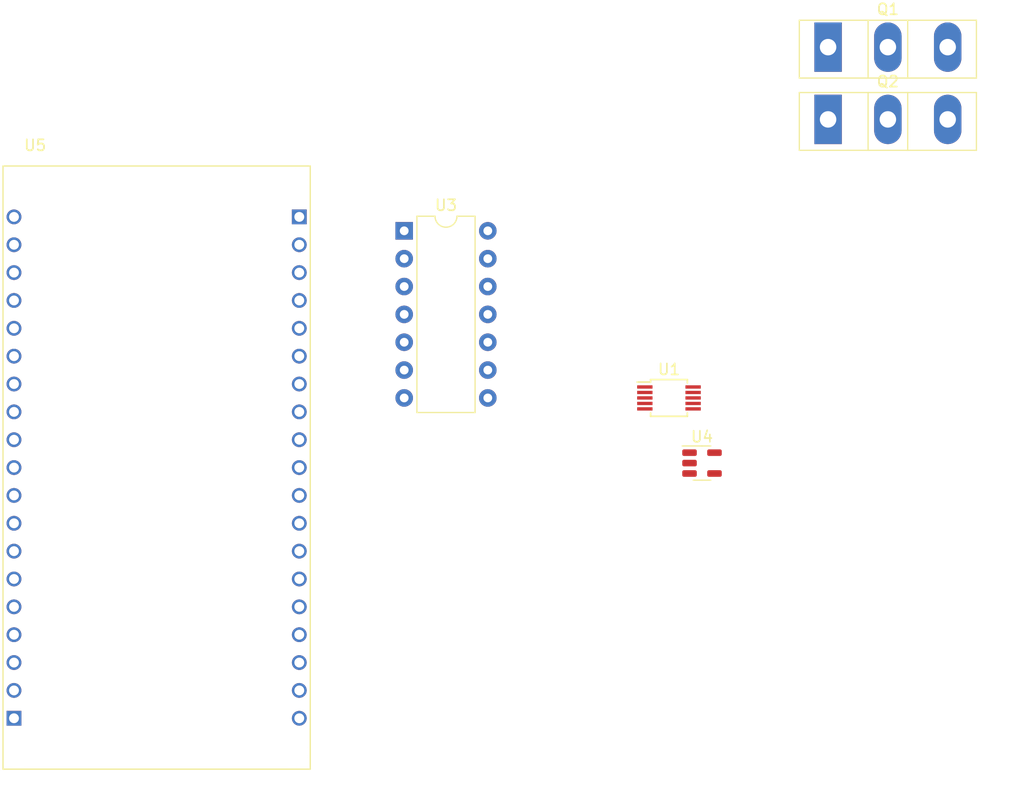
<source format=kicad_pcb>
(kicad_pcb (version 20230620) (generator pcbnew)
  (layers (0 "F.Cu" signal) (31 "B.Cu" signal) (34 "B.Paste" user) (35 "F.Paste" user) (36 "B.SilkS" user "B.Silkscreen") (37 "F.SilkS" user "F.Silkscreen") (38 "B.Mask" user) (39 "F.Mask" user) (44 "Edge.Cuts" user))
  (net 0 "")
  (net 1 "Net-(Q1-G)")
  (net 2 "Net-(D14-K)")
  (net 3 "Net-(D1-K)")
  (net 4 "Net-(Q2-G)")
  (net 5 "Net-(Q2-S)")
  (net 6 "Net-(U1-VDD)")
  (net 9 "Net-(U1-SCL)")
  (net 10 "Net-(U1-SDA)")
  (net 15 "Net-(U1-CLK0)")
  (net 16 "Earth")
  (net 17 "Net-(U5-G26)")
  (net 18 "Net-(U5-G23)")
  (net 19 "Net-(U3-LO)")
  (net 24 "Net-(U3-HO)")
  (net 26 "Net-(U3-HIN)")
  (footprint "Package_TO_SOT_SMD:SOT-23-5" (layer "F.Cu") (at 113.5 121.51)
    (property "Reference" "U4" (at 0 -2.4 unlocked) (layer "F.SilkS"))
    (property "Value" "SSD1306")
    (fp_line (start 0 -1.56) (end -1.8 -1.56) (stroke (width 0.12)) (layer "F.SilkS"))
    (fp_line (start 0 -1.56) (end 0.8 -1.56) (stroke (width 0.12)) (layer "F.SilkS"))
    (fp_line (start 0 1.56) (end -0.8 1.56) (stroke (width 0.12)) (layer "F.SilkS"))
    (fp_line (start 0 1.56) (end 0.8 1.56) (stroke (width 0.12)) (layer "F.SilkS"))
    (pad "1" smd roundrect (at -1.1375 -0.95) (size 1.325 0.6) (layers "F.Cu" "F.Paste" "F.Mask") (net 16 "Earth"))
    (pad "2" smd roundrect (at -1.1375 0) (size 1.325 0.6) (layers "F.Cu" "F.Paste" "F.Mask"))
    (pad "3" smd roundrect (at -1.1375 0.95) (size 1.325 0.6) (layers "F.Cu" "F.Paste" "F.Mask") (net 9 "Net-(U1-SCL)"))
    (pad "4" smd roundrect (at 1.1375 0.95) (size 1.325 0.6) (layers "F.Cu" "F.Paste" "F.Mask") (net 10 "Net-(U1-SDA)"))
    (pad "5" smd roundrect (at 1.1375 -0.95) (size 1.325 0.6) (layers "F.Cu" "F.Paste" "F.Mask"))
  )
  (footprint "Package_TO_SOT_THT:TO-247-3_Vertical" (layer "F.Cu") (at 124.99 90.17)
    (property "Reference" "Q2" (at 5.45 -3.45 unlocked) (layer "F.SilkS"))
    (property "Value" "C2M0160120D or C2M0080120D")
    (fp_line (start -2.62 -2.451) (end -2.62 2.82) (stroke (width 0.12)) (layer "F.SilkS"))
    (fp_line (start -2.62 -2.451) (end 13.52 -2.451) (stroke (width 0.12)) (layer "F.SilkS"))
    (fp_line (start -2.62 2.82) (end 13.52 2.82) (stroke (width 0.12)) (layer "F.SilkS"))
    (fp_line (start 3.646 -2.451) (end 3.646 2.82) (stroke (width 0.12)) (layer "F.SilkS"))
    (fp_line (start 7.255 -2.451) (end 7.255 2.82) (stroke (width 0.12)) (layer "F.SilkS"))
    (fp_line (start 13.52 -2.451) (end 13.52 2.82) (stroke (width 0.12)) (layer "F.SilkS"))
    (pad "1" thru_hole rect (at 0 0) (size 2.5 4.5) (drill 1.5) (layers "*.Cu" "*.Mask") (net 4 "Net-(Q2-G)"))
    (pad "2" thru_hole oval (at 5.45 0) (size 2.5 4.5) (drill 1.5) (layers "*.Cu" "*.Mask") (net 3 "Net-(D1-K)"))
    (pad "3" thru_hole oval (at 10.9 0) (size 2.5 4.5) (drill 1.5) (layers "*.Cu" "*.Mask") (net 5 "Net-(Q2-S)"))
  )
  (footprint "Package_DIP:DIP-14_W7.62mm" (layer "F.Cu") (at 86.36 100.33)
    (property "Reference" "U3" (at 3.81 -2.33 unlocked) (layer "F.SilkS"))
    (property "Value" "IR2213")
    (fp_line (start 1.16 -1.33) (end 1.16 16.57) (stroke (width 0.12)) (layer "F.SilkS"))
    (fp_line (start 1.16 16.57) (end 6.46 16.57) (stroke (width 0.12)) (layer "F.SilkS"))
    (fp_line (start 2.81 -1.33) (end 1.16 -1.33) (stroke (width 0.12)) (layer "F.SilkS"))
    (fp_line (start 6.46 -1.33) (end 4.81 -1.33) (stroke (width 0.12)) (layer "F.SilkS"))
    (fp_line (start 6.46 16.57) (end 6.46 -1.33) (stroke (width 0.12)) (layer "F.SilkS"))
    (fp_arc (start 4.81 -1.33) (mid 3.81 -0.33) (end 2.81 -1.33) (stroke (width 0.12)) (layer "F.SilkS"))
    (pad "1" thru_hole rect (at 0 0) (size 1.6 1.6) (drill 0.8) (layers "*.Cu" "*.Mask") (net 19 "Net-(U3-LO)"))
    (pad "2" thru_hole oval (at 0 2.54) (size 1.6 1.6) (drill 0.8) (layers "*.Cu" "*.Mask") (net 16 "Earth"))
    (pad "3" thru_hole oval (at 0 5.08) (size 1.6 1.6) (drill 0.8) (layers "*.Cu" "*.Mask"))
    (pad "4" thru_hole oval (at 0 7.62) (size 1.6 1.6) (drill 0.8) (layers "*.Cu" "*.Mask"))
    (pad "5" thru_hole oval (at 0 10.16) (size 1.6 1.6) (drill 0.8) (layers "*.Cu" "*.Mask"))
    (pad "6" thru_hole oval (at 0 12.7) (size 1.6 1.6) (drill 0.8) (layers "*.Cu" "*.Mask"))
    (pad "7" thru_hole oval (at 0 15.24) (size 1.6 1.6) (drill 0.8) (layers "*.Cu" "*.Mask") (net 24 "Net-(U3-HO)"))
    (pad "8" thru_hole oval (at 7.62 15.24) (size 1.6 1.6) (drill 0.8) (layers "*.Cu" "*.Mask"))
    (pad "9" thru_hole oval (at 7.62 12.7) (size 1.6 1.6) (drill 0.8) (layers "*.Cu" "*.Mask") (net 6 "Net-(U1-VDD)"))
    (pad "10" thru_hole oval (at 7.62 10.16) (size 1.6 1.6) (drill 0.8) (layers "*.Cu" "*.Mask") (net 26 "Net-(U3-HIN)"))
    (pad "11" thru_hole oval (at 7.62 7.62) (size 1.6 1.6) (drill 0.8) (layers "*.Cu" "*.Mask"))
    (pad "12" thru_hole oval (at 7.62 5.08) (size 1.6 1.6) (drill 0.8) (layers "*.Cu" "*.Mask") (net 26 "Net-(U3-HIN)"))
    (pad "13" thru_hole oval (at 7.62 2.54) (size 1.6 1.6) (drill 0.8) (layers "*.Cu" "*.Mask") (net 16 "Earth"))
    (pad "14" thru_hole oval (at 7.62 0) (size 1.6 1.6) (drill 0.8) (layers "*.Cu" "*.Mask"))
  )
  (footprint "Package_SO:MSOP-10_3x3mm_P0.5mm" (layer "F.Cu") (at 110.49 115.57)
    (property "Reference" "U1" (at 0 -2.6 unlocked) (layer "F.SilkS"))
    (property "Value" "Si5351A-B-GT")
    (fp_line (start -1.675 -1.675) (end -1.675 -1.45) (stroke (width 0.15)) (layer "F.SilkS"))
    (fp_line (start -1.675 -1.675) (end 1.675 -1.675) (stroke (width 0.15)) (layer "F.SilkS"))
    (fp_line (start -1.675 -1.45) (end -2.9 -1.45) (stroke (width 0.15)) (layer "F.SilkS"))
    (fp_line (start -1.675 1.675) (end -1.675 1.375) (stroke (width 0.15)) (layer "F.SilkS"))
    (fp_line (start -1.675 1.675) (end 1.675 1.675) (stroke (width 0.15)) (layer "F.SilkS"))
    (fp_line (start 1.675 -1.675) (end 1.675 -1.375) (stroke (width 0.15)) (layer "F.SilkS"))
    (fp_line (start 1.675 1.675) (end 1.675 1.375) (stroke (width 0.15)) (layer "F.SilkS"))
    (pad "1" smd rect (at -2.2 -1) (size 1.4 0.3) (layers "F.Cu" "F.Paste" "F.Mask") (net 6 "Net-(U1-VDD)"))
    (pad "2" smd rect (at -2.2 -0.5) (size 1.4 0.3) (layers "F.Cu" "F.Paste" "F.Mask"))
    (pad "3" smd rect (at -2.2 0) (size 1.4 0.3) (layers "F.Cu" "F.Paste" "F.Mask"))
    (pad "4" smd rect (at -2.2 0.5) (size 1.4 0.3) (layers "F.Cu" "F.Paste" "F.Mask") (net 9 "Net-(U1-SCL)"))
    (pad "5" smd rect (at -2.2 1) (size 1.4 0.3) (layers "F.Cu" "F.Paste" "F.Mask") (net 10 "Net-(U1-SDA)"))
    (pad "6" smd rect (at 2.2 1) (size 1.4 0.3) (layers "F.Cu" "F.Paste" "F.Mask"))
    (pad "7" smd rect (at 2.2 0.5) (size 1.4 0.3) (layers "F.Cu" "F.Paste" "F.Mask"))
    (pad "8" smd rect (at 2.2 0) (size 1.4 0.3) (layers "F.Cu" "F.Paste" "F.Mask"))
    (pad "9" smd rect (at 2.2 -0.5) (size 1.4 0.3) (layers "F.Cu" "F.Paste" "F.Mask"))
    (pad "10" smd rect (at 2.2 -1) (size 1.4 0.3) (layers "F.Cu" "F.Paste" "F.Mask") (net 15 "Net-(U1-CLK0)"))
  )
  (footprint "Package_TO_SOT_THT:TO-247-3_Vertical" (layer "F.Cu") (at 124.99 83.58)
    (property "Reference" "Q1" (at 5.45 -3.45 unlocked) (layer "F.SilkS"))
    (property "Value" "C2M0160120D or C2M0080120D")
    (fp_line (start -2.62 -2.451) (end -2.62 2.82) (stroke (width 0.12)) (layer "F.SilkS"))
    (fp_line (start -2.62 -2.451) (end 13.52 -2.451) (stroke (width 0.12)) (layer "F.SilkS"))
    (fp_line (start -2.62 2.82) (end 13.52 2.82) (stroke (width 0.12)) (layer "F.SilkS"))
    (fp_line (start 3.646 -2.451) (end 3.646 2.82) (stroke (width 0.12)) (layer "F.SilkS"))
    (fp_line (start 7.255 -2.451) (end 7.255 2.82) (stroke (width 0.12)) (layer "F.SilkS"))
    (fp_line (start 13.52 -2.451) (end 13.52 2.82) (stroke (width 0.12)) (layer "F.SilkS"))
    (pad "1" thru_hole rect (at 0 0) (size 2.5 4.5) (drill 1.5) (layers "*.Cu" "*.Mask") (net 1 "Net-(Q1-G)"))
    (pad "2" thru_hole oval (at 5.45 0) (size 2.5 4.5) (drill 1.5) (layers "*.Cu" "*.Mask") (net 2 "Net-(D14-K)"))
    (pad "3" thru_hole oval (at 10.9 0) (size 2.5 4.5) (drill 1.5) (layers "*.Cu" "*.Mask") (net 3 "Net-(D1-K)"))
  )
  (footprint "Footprints:MODULE_ESP32_NODEMCU" (layer "F.Cu") (at 63.8 121.92)
    (property "Reference" "U5" (at -11.075 -29.385 unlocked) (layer "F.SilkS"))
    (property "Value" "ESP32_NODEMCU")
    (fp_line (start -14 -27.5) (end -14 27.5) (stroke (width 0.127)) (layer "F.SilkS"))
    (fp_line (start -14 -27.5) (end 14 -27.5) (stroke (width 0.127)) (layer "F.SilkS"))
    (fp_line (start -14 27.5) (end 14 27.5) (stroke (width 0.127)) (layer "F.SilkS"))
    (fp_line (start 14 -27.5) (end 14 27.5) (stroke (width 0.127)) (layer "F.SilkS"))
    (pad "" np_thru_hole circle (at -12.5 -26) (size 2.25 2.25) (drill 2.25) (layers "*.Cu" "*.Mask"))
    (pad "" np_thru_hole circle (at -12.5 26) (size 2.25 2.25) (drill 2.25) (layers "*.Cu" "*.Mask"))
    (pad "" np_thru_hole circle (at 12.5 -26) (size 2.25 2.25) (drill 2.25) (layers "*.Cu" "*.Mask"))
    (pad "" np_thru_hole circle (at 12.5 26) (size 2.25 2.25) (drill 2.25) (layers "*.Cu" "*.Mask"))
    (pad "J4_1" thru_hole rect (at 13 -22.86) (size 1.35 1.35) (drill 0.9) (layers "*.Cu" "*.Mask"))
    (pad "J4_2" thru_hole circle (at 13 -20.32) (size 1.35 1.35) (drill 0.9) (layers "*.Cu" "*.Mask") (net 18 "Net-(U5-G23)"))
    (pad "J4_3" thru_hole circle (at 13 -17.78) (size 1.35 1.35) (drill 0.9) (layers "*.Cu" "*.Mask") (net 10 "Net-(U1-SDA)"))
    (pad "J4_4" thru_hole circle (at 13 -15.24) (size 1.35 1.35) (drill 0.9) (layers "*.Cu" "*.Mask"))
    (pad "J4_5" thru_hole circle (at 13 -12.7) (size 1.35 1.35) (drill 0.9) (layers "*.Cu" "*.Mask"))
    (pad "J4_6" thru_hole circle (at 13 -10.16) (size 1.35 1.35) (drill 0.9) (layers "*.Cu" "*.Mask") (net 10 "Net-(U1-SDA)"))
    (pad "J4_7" thru_hole circle (at 13 -7.62) (size 1.35 1.35) (drill 0.9) (layers "*.Cu" "*.Mask"))
    (pad "J4_8" thru_hole circle (at 13 -5.08) (size 1.35 1.35) (drill 0.9) (layers "*.Cu" "*.Mask"))
    (pad "J4_9" thru_hole circle (at 13 -2.54) (size 1.35 1.35) (drill 0.9) (layers "*.Cu" "*.Mask"))
    (pad "J4_10" thru_hole circle (at 13 0) (size 1.35 1.35) (drill 0.9) (layers "*.Cu" "*.Mask"))
    (pad "J4_11" thru_hole circle (at 13 2.54) (size 1.35 1.35) (drill 0.9) (layers "*.Cu" "*.Mask"))
    (pad "J4_12" thru_hole circle (at 13 5.08) (size 1.35 1.35) (drill 0.9) (layers "*.Cu" "*.Mask"))
    (pad "J4_13" thru_hole circle (at 13 7.62) (size 1.35 1.35) (drill 0.9) (layers "*.Cu" "*.Mask"))
    (pad "J4_14" thru_hole circle (at 13 10.16) (size 1.35 1.35) (drill 0.9) (layers "*.Cu" "*.Mask"))
    (pad "J4_15" thru_hole circle (at 13 12.7) (size 1.35 1.35) (drill 0.9) (layers "*.Cu" "*.Mask"))
    (pad "J4_16" thru_hole circle (at 13 15.24) (size 1.35 1.35) (drill 0.9) (layers "*.Cu" "*.Mask"))
    (pad "J4_17" thru_hole circle (at 13 17.78) (size 1.35 1.35) (drill 0.9) (layers "*.Cu" "*.Mask"))
    (pad "J4_18" thru_hole circle (at 13 20.32) (size 1.35 1.35) (drill 0.9) (layers "*.Cu" "*.Mask"))
    (pad "J4_19" thru_hole circle (at 13 22.86) (size 1.35 1.35) (drill 0.9) (layers "*.Cu" "*.Mask"))
    (pad "J5_1" thru_hole rect (at -13 22.86) (size 1.35 1.35) (drill 0.9) (layers "*.Cu" "*.Mask"))
    (pad "J5_2" thru_hole circle (at -13 20.32) (size 1.35 1.35) (drill 0.9) (layers "*.Cu" "*.Mask"))
    (pad "J5_3" thru_hole circle (at -13 17.78) (size 1.35 1.35) (drill 0.9) (layers "*.Cu" "*.Mask"))
    (pad "J5_4" thru_hole circle (at -13 15.24) (size 1.35 1.35) (drill 0.9) (layers "*.Cu" "*.Mask"))
    (pad "J5_5" thru_hole circle (at -13 12.7) (size 1.35 1.35) (drill 0.9) (layers "*.Cu" "*.Mask"))
    (pad "J5_6" thru_hole circle (at -13 10.16) (size 1.35 1.35) (drill 0.9) (layers "*.Cu" "*.Mask") (net 16 "Earth"))
    (pad "J5_7" thru_hole circle (at -13 7.62) (size 1.35 1.35) (drill 0.9) (layers "*.Cu" "*.Mask"))
    (pad "J5_8" thru_hole circle (at -13 5.08) (size 1.35 1.35) (drill 0.9) (layers "*.Cu" "*.Mask"))
    (pad "J5_9" thru_hole circle (at -13 2.54) (size 1.35 1.35) (drill 0.9) (layers "*.Cu" "*.Mask"))
    (pad "J5_10" thru_hole circle (at -13 0) (size 1.35 1.35) (drill 0.9) (layers "*.Cu" "*.Mask") (net 17 "Net-(U5-G26)"))
    (pad "J5_11" thru_hole circle (at -13 -2.54) (size 1.35 1.35) (drill 0.9) (layers "*.Cu" "*.Mask") (net 10 "Net-(U1-SDA)"))
    (pad "J5_12" thru_hole circle (at -13 -5.08) (size 1.35 1.35) (drill 0.9) (layers "*.Cu" "*.Mask"))
    (pad "J5_13" thru_hole circle (at -13 -7.62) (size 1.35 1.35) (drill 0.9) (layers "*.Cu" "*.Mask"))
    (pad "J5_14" thru_hole circle (at -13 -10.16) (size 1.35 1.35) (drill 0.9) (layers "*.Cu" "*.Mask"))
    (pad "J5_15" thru_hole circle (at -13 -12.7) (size 1.35 1.35) (drill 0.9) (layers "*.Cu" "*.Mask"))
    (pad "J5_16" thru_hole circle (at -13 -15.24) (size 1.35 1.35) (drill 0.9) (layers "*.Cu" "*.Mask"))
    (pad "J5_17" thru_hole circle (at -13 -17.78) (size 1.35 1.35) (drill 0.9) (layers "*.Cu" "*.Mask"))
    (pad "J5_18" thru_hole circle (at -13 -20.32) (size 1.35 1.35) (drill 0.9) (layers "*.Cu" "*.Mask"))
    (pad "J5_19" thru_hole circle (at -13 -22.86) (size 1.35 1.35) (drill 0.9) (layers "*.Cu" "*.Mask") (net 6 "Net-(U1-VDD)"))
  )
)
</source>
